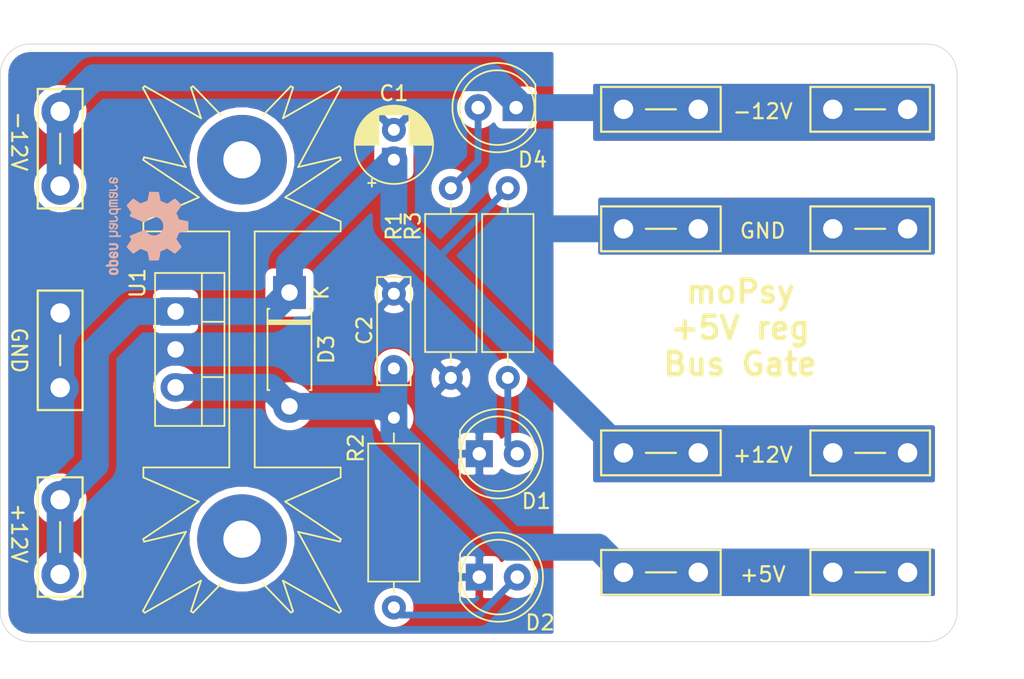
<source format=kicad_pcb>
(kicad_pcb (version 20211014) (generator pcbnew)
  (layers (0 "F.Cu" signal) (31 "B.Cu" signal) (34 "B.Paste" user) (35 "F.Paste" user) (36 "B.SilkS" user "B.Silkscreen") (37 "F.SilkS" user "F.Silkscreen") (38 "B.Mask" user) (39 "F.Mask" user) (44 "Edge.Cuts" user))
  (net 0 "")
  (net 1 "+12V")
  (net 2 "GND")
  (net 3 "+5V")
  (net 4 "Net-(D1-Pad2)")
  (net 5 "Net-(D2-Pad2)")
  (net 6 "Net-(D4-Pad2)")
  (net 7 "-12V")
  (footprint "Capacitor_THT:CP_Radial_D5.0mm_P2.00mm" (layer "F.Cu") (at 187.325 78.74 90)
    (fp_text reference "C1" (at 4.445 0 180) (layer "F.SilkS"))
    (fp_text value "10u")
    (pad "1" thru_hole rect locked (at 0 0 90) (size 1.6 1.6) (drill 0.8) (layers *.Cu *.Mask) (net 1 "+12V"))
    (pad "2" thru_hole circle locked (at 2 0 90) (size 1.6 1.6) (drill 0.8) (layers *.Cu *.Mask) (net 2 "GND"))
  )
  (footprint "LED_THT:LED_D5.0mm" (layer "F.Cu") (at 193.04 98.425)
    (fp_text reference "D1" (at 3.81 3.175) (layer "F.SilkS"))
    (fp_text value "ye")
    (pad "1" thru_hole rect locked (at 0 0) (size 1.8 1.8) (drill 0.9) (layers *.Cu *.Mask) (net 2 "GND"))
    (pad "2" thru_hole circle locked (at 2.54 0) (size 1.8 1.8) (drill 0.9) (layers *.Cu *.Mask) (net 4 "Net-(D1-Pad2)"))
  )
  (footprint "LED_THT:LED_D5.0mm" (layer "F.Cu") (at 193.04 106.68)
    (fp_text reference "D2" (at 4.064 3.048) (layer "F.SilkS"))
    (fp_text value "rd")
    (pad "1" thru_hole rect locked (at 0 0) (size 1.8 1.8) (drill 0.9) (layers *.Cu *.Mask) (net 2 "GND"))
    (pad "2" thru_hole circle locked (at 2.54 0) (size 1.8 1.8) (drill 0.9) (layers *.Cu *.Mask) (net 5 "Net-(D2-Pad2)"))
  )
  (footprint "LED_THT:LED_D5.0mm" (layer "F.Cu") (at 195.5 75.25 180)
    (fp_text reference "D4" (at -1.096 -3.49) (layer "F.SilkS"))
    (fp_text value "bl")
    (pad "1" thru_hole rect locked (at 0 0 180) (size 1.8 1.8) (drill 0.9) (layers *.Cu *.Mask) (net 7 "-12V"))
    (pad "2" thru_hole circle locked (at 2.54 0 180) (size 1.8 1.8) (drill 0.9) (layers *.Cu *.Mask) (net 6 "Net-(D4-Pad2)"))
  )
  (footprint "moPsy:Connector FS-P475" (layer "F.Cu") (at 165 104 -90)
    (fp_text reference "J1" hide)
    (fp_text value "Conn_01x01_Male")
    (pad "1" thru_hole circle locked (at 2.5 0 270) (size 2.5 2.5) (drill 1.3) (layers *.Cu *.Mask) (net 1 "+12V"))
    (pad "1" thru_hole circle locked (at -2.5 0 270) (size 2.5 2.5) (drill 1.3) (layers *.Cu *.Mask) (net 1 "+12V"))
  )
  (footprint "moPsy:Connector FS-P475" (layer "F.Cu") (at 165 91.5 -90)
    (fp_text reference "J2" hide)
    (fp_text value "Conn_01x01_Male")
    (pad "1" thru_hole circle locked (at -2.5 0 270) (size 2.5 2.5) (drill 1.3) (layers *.Cu *.Mask) (net 2 "GND"))
    (pad "1" thru_hole circle locked (at 2.5 0 270) (size 2.5 2.5) (drill 1.3) (layers *.Cu *.Mask) (net 2 "GND"))
  )
  (footprint "moPsy:Connector FS-P475" (layer "F.Cu") (at 165 78 -90)
    (fp_text reference "J3" hide)
    (fp_text value "Conn_01x01_Male")
    (pad "1" thru_hole circle locked (at 2.5 0 270) (size 2.5 2.5) (drill 1.3) (layers *.Cu *.Mask) (net 7 "-12V"))
    (pad "1" thru_hole circle locked (at -2.5 0 270) (size 2.5 2.5) (drill 1.3) (layers *.Cu *.Mask) (net 7 "-12V"))
  )
  (footprint "moPsy:Connector FS-P475" (layer "F.Cu") (at 219.19 98.365)
    (fp_text reference "J5" hide)
    (fp_text value "Conn_01x01_Male")
    (pad "1" thru_hole circle locked (at 2.5 0) (size 2.5 2.5) (drill 1.3) (layers *.Cu *.Mask) (net 1 "+12V"))
    (pad "1" thru_hole circle locked (at -2.5 0) (size 2.5 2.5) (drill 1.3) (layers *.Cu *.Mask) (net 1 "+12V"))
  )
  (footprint "moPsy:Connector FS-P475" (layer "F.Cu") (at 205.19 98.365)
    (fp_text reference "J7" hide)
    (fp_text value "Conn_01x01_Male")
    (pad "1" thru_hole circle locked (at -2.5 0) (size 2.5 2.5) (drill 1.3) (layers *.Cu *.Mask) (net 1 "+12V"))
    (pad "1" thru_hole circle locked (at 2.5 0) (size 2.5 2.5) (drill 1.3) (layers *.Cu *.Mask) (net 1 "+12V"))
  )
  (footprint "moPsy:Connector FS-P475" (layer "F.Cu") (at 205.19 75.365)
    (fp_text reference "J13" hide)
    (fp_text value "Conn_01x01_Male")
    (pad "1" thru_hole circle locked (at -2.5 0) (size 2.5 2.5) (drill 1.3) (layers *.Cu *.Mask) (net 7 "-12V"))
    (pad "1" thru_hole circle locked (at 2.5 0) (size 2.5 2.5) (drill 1.3) (layers *.Cu *.Mask) (net 7 "-12V"))
  )
  (footprint "moPsy:Connector FS-P475" (layer "F.Cu") (at 219.19 75.365)
    (fp_text reference "J15" hide)
    (fp_text value "Conn_01x01_Male")
    (pad "1" thru_hole circle locked (at 2.5 0) (size 2.5 2.5) (drill 1.3) (layers *.Cu *.Mask) (net 7 "-12V"))
    (pad "1" thru_hole circle locked (at -2.5 0) (size 2.5 2.5) (drill 1.3) (layers *.Cu *.Mask) (net 7 "-12V"))
  )
  (footprint "moPsy:Connector FS-P475" (layer "F.Cu") (at 219.19 83.365)
    (fp_text reference "J18" hide)
    (fp_text value "Conn_01x01_Male")
    (pad "1" thru_hole circle locked (at -2.5 0) (size 2.5 2.5) (drill 1.3) (layers *.Cu *.Mask) (net 2 "GND"))
    (pad "1" thru_hole circle locked (at 2.5 0) (size 2.5 2.5) (drill 1.3) (layers *.Cu *.Mask) (net 2 "GND"))
  )
  (footprint "moPsy:Connector FS-P475" (layer "F.Cu") (at 205.19 83.365)
    (fp_text reference "J19" hide)
    (fp_text value "Conn_01x01_Male")
    (pad "1" thru_hole circle locked (at -2.5 0) (size 2.5 2.5) (drill 1.3) (layers *.Cu *.Mask) (net 2 "GND"))
    (pad "1" thru_hole circle locked (at 2.5 0) (size 2.5 2.5) (drill 1.3) (layers *.Cu *.Mask) (net 2 "GND"))
  )
  (footprint "Resistor_THT:R_Axial_DIN0309_L9.0mm_D3.2mm_P12.70mm_Horizontal" (layer "F.Cu") (at 187.325 96.012 -90)
    (fp_text reference "R2" (at 2.032 2.54 90) (layer "F.SilkS"))
    (fp_text value "520")
    (pad "1" thru_hole circle locked (at 0 0 270) (size 1.6 1.6) (drill 0.8) (layers *.Cu *.Mask) (net 3 "+5V"))
    (pad "2" thru_hole oval locked (at 12.7 0 270) (size 1.6 1.6) (drill 0.8) (layers *.Cu *.Mask) (net 5 "Net-(D2-Pad2)"))
  )
  (footprint "Package_TO_SOT_THT:TO-220-3_Vertical" (layer "F.Cu") (at 172.72 88.9 -90)
    (fp_text reference "U1" (at -1.905 2.54 90) (layer "F.SilkS"))
    (fp_text value "L7805")
    (pad "1" thru_hole rect locked (at 0 0 270) (size 1.905 2) (drill 1.1) (layers *.Cu *.Mask) (net 1 "+12V"))
    (pad "2" thru_hole oval locked (at 2.54 0 270) (size 1.905 2) (drill 1.1) (layers *.Cu *.Mask) (net 2 "GND"))
    (pad "3" thru_hole oval locked (at 5.08 0 270) (size 1.905 2) (drill 1.1) (layers *.Cu *.Mask) (net 3 "+5V"))
  )
  (footprint "moPsy:Connector FS-P475" (layer "F.Cu") (at 205.19 106.365)
    (fp_text reference "J11" hide)
    (fp_text value "Conn_01x01_Male")
    (pad "1" thru_hole circle locked (at -2.5 0) (size 2.5 2.5) (drill 1.3) (layers *.Cu *.Mask) (net 3 "+5V"))
    (pad "1" thru_hole circle locked (at 2.5 0) (size 2.5 2.5) (drill 1.3) (layers *.Cu *.Mask) (net 3 "+5V"))
  )
  (footprint "moPsy:Connector FS-P475" (layer "F.Cu") (at 219.19 106.365)
    (fp_text reference "J9" hide)
    (fp_text value "Conn_01x01_Male")
    (pad "1" thru_hole circle locked (at -2.5 0) (size 2.5 2.5) (drill 1.3) (layers *.Cu *.Mask) (net 3 "+5V"))
    (pad "1" thru_hole circle locked (at 2.5 0) (size 2.5 2.5) (drill 1.3) (layers *.Cu *.Mask) (net 3 "+5V"))
  )
  (footprint "Heatsink:Heatsink_Fischer_SK104-STC-STIC_35x13mm_2xDrill2.5mm" (layer "F.Cu") (at 177.165 91.44 90)
    (fp_text reference "REF**" hide)
    (fp_text value "Heatsink_Fischer_SK104-STC-STIC_35x13mm_2xDrill2.5mm")
    (pad "1" thru_hole circle locked (at -12.7 0 270) (size 6 6) (drill 2.5) (layers *.Cu *.Mask))
    (pad "1" thru_hole circle locked (at 12.7 0 90) (size 6 6) (drill 2.5) (layers *.Cu *.Mask))
  )
  (footprint "Diode_THT:D_DO-41_SOD81_P7.62mm_Horizontal" (layer "F.Cu") (at 180.34 87.63 -90)
    (fp_text reference "D3" (at 3.81 -2.47 90) (layer "F.SilkS"))
    (fp_text value "1N4001")
    (fp_text user "K" (at 0 -2.1 90) (layer "F.SilkS"))
    (pad "1" thru_hole rect locked (at 0 0 270) (size 2.2 2.2) (drill 1.1) (layers *.Cu *.Mask) (net 1 "+12V"))
    (pad "2" thru_hole oval locked (at 7.62 0 270) (size 2.2 2.2) (drill 1.1) (layers *.Cu *.Mask) (net 3 "+5V"))
  )
  (footprint "Capacitor_THT:C_Rect_L7.0mm_W2.0mm_P5.00mm" (layer "F.Cu") (at 187.325 92.71 90)
    (fp_text reference "C2" (at 2.54 -1.9685 90) (layer "F.SilkS"))
    (fp_text value "100n")
    (pad "1" thru_hole circle locked (at 0 0 90) (size 1.6 1.6) (drill 0.8) (layers *.Cu *.Mask) (net 3 "+5V"))
    (pad "2" thru_hole circle locked (at 5 0 90) (size 1.6 1.6) (drill 0.8) (layers *.Cu *.Mask) (net 2 "GND"))
  )
  (footprint "MountingHole:MountingHole_3.2mm_M3" (layer "F.Cu") (at 201 90.365)
    (fp_text reference "REF**" hide)
    (fp_text value "MountingHole_3.2mm_M3")
    (pad "" np_thru_hole circle locked (at 0 0) (size 3.2 3.2) (drill 3.2) (layers *.Cu *.Mask))
  )
  (footprint "MountingHole:MountingHole_3.2mm_M3" (layer "F.Cu") (at 220 90.365)
    (fp_text reference "REF**" hide)
    (fp_text value "MountingHole_3.2mm_M3")
    (pad "" np_thru_hole circle locked (at 0 0) (size 3.2 3.2) (drill 3.2) (layers *.Cu *.Mask))
  )
  (footprint "Resistor_THT:R_Axial_DIN0309_L9.0mm_D3.2mm_P12.70mm_Horizontal" (layer "F.Cu") (at 191.135 93.345 90)
    (fp_text reference "R3" (at 10.16 -2.54 90) (layer "F.SilkS"))
    (fp_text value "520")
    (pad "1" thru_hole circle locked (at 0 0 90) (size 1.6 1.6) (drill 0.8) (layers *.Cu *.Mask) (net 2 "GND"))
    (pad "2" thru_hole oval locked (at 12.7 0 90) (size 1.6 1.6) (drill 0.8) (layers *.Cu *.Mask) (net 6 "Net-(D4-Pad2)"))
  )
  (footprint "Resistor_THT:R_Axial_DIN0309_L9.0mm_D3.2mm_P12.70mm_Horizontal" (layer "F.Cu") (at 194.945 80.645 -90)
    (fp_text reference "R1" (at 2.54 7.62 90) (layer "F.SilkS"))
    (fp_text value "520")
    (pad "1" thru_hole circle locked (at 0 0 270) (size 1.6 1.6) (drill 0.8) (layers *.Cu *.Mask) (net 1 "+12V"))
    (pad "2" thru_hole oval locked (at 12.7 0 270) (size 1.6 1.6) (drill 0.8) (layers *.Cu *.Mask) (net 4 "Net-(D1-Pad2)"))
  )
  (footprint "Symbol:OSHW-Logo2_7.3x6mm_SilkScreen" (layer "B.Cu") (at 170.815 83.185 90)
    (fp_text reference "REF**" hide)
    (fp_text value "OSHW-Logo2_7.3x6mm_SilkScreen" hide)
  )
  (gr_line (start 161 73) (end 161 109) (layer "Edge.Cuts") (width 0.05))
  (gr_arc (start 223 71) (mid 224.414214 71.585786) (end 225 73) (layer "Edge.Cuts") (width 0.05))
  (gr_line (start 225 109) (end 225 73) (layer "Edge.Cuts") (width 0.05))
  (gr_line (start 223 71) (end 163 71) (layer "Edge.Cuts") (width 0.05))
  (gr_arc (start 225 109) (mid 224.414214 110.414214) (end 223 111) (layer "Edge.Cuts") (width 0.05))
  (gr_line (start 163 111) (end 223 111) (layer "Edge.Cuts") (width 0.05))
  (gr_arc (start 161 73) (mid 161.585786 71.585786) (end 163 71) (layer "Edge.Cuts") (width 0.05))
  (gr_arc (start 163 111) (mid 161.585786 110.414214) (end 161 109) (layer "Edge.Cuts") (width 0.05))
  (gr_text "+12V" (at 162.25 103.75 270) (layer "F.SilkS") (effects (font (size 1 1))))
  (gr_text "-12V" (at 162.25 77.5 270) (layer "F.SilkS") (effects (font (size 1 1))))
  (gr_text "GND" (at 162.25 91.5 270) (layer "F.SilkS") (effects (font (size 1 1))))
  (gr_text "GND" (at 212 83.5) (layer "F.SilkS") (effects (font (size 1 1))))
  (gr_text "moPsy\n+5V reg\nBus Gate" (at 210.5 90) (layer "F.SilkS") (effects (font (size 1.5 1.5) (thickness 0.3))))
  (gr_text "-12V" (at 212 75.5) (layer "F.SilkS") (effects (font (size 1 1))))
  (gr_text "+5V" (at 212 106.5) (layer "F.SilkS") (effects (font (size 1 1))))
  (gr_text "+12V" (at 212 98.5) (layer "F.SilkS") (effects (font (size 1 1))))
  (segment (start 202.69 98.365) (end 189.9575 85.6325) (width 1.8) (layer "B.Cu") (net 1))
  (segment (start 180.34 87.63) (end 180.34 85.725) (width 1.8) (layer "B.Cu") (net 1))
  (segment (start 189.9575 85.6325) (end 187.325 83) (width 1.8) (layer "B.Cu") (net 1))
  (segment (start 172.72 88.9) (end 179.07 88.9) (width 1.8) (layer "B.Cu") (net 1))
  (segment (start 194.945 80.645) (end 189.9575 85.6325) (width 0.4572) (layer "B.Cu") (net 1))
  (segment (start 180.34 85.725) (end 187.325 78.74) (width 1.8) (layer "B.Cu") (net 1))
  (segment (start 165 101.5) (end 167.350001 99.149999) (width 1.8) (layer "B.Cu") (net 1))
  (segment (start 165 106.5) (end 165 101.5) (width 1.8) (layer "B.Cu") (net 1))
  (segment (start 169.92 88.9) (end 172.72 88.9) (width 1.8) (layer "B.Cu") (net 1))
  (segment (start 187.325 83) (end 187.325 78.74) (width 1.8) (layer "B.Cu") (net 1))
  (segment (start 167.350001 91.469999) (end 169.92 88.9) (width 1.8) (layer "B.Cu") (net 1))
  (segment (start 167.350001 99.149999) (end 167.350001 91.469999) (width 1.8) (layer "B.Cu") (net 1))
  (segment (start 179.07 88.9) (end 180.34 87.63) (width 1.8) (layer "B.Cu") (net 1))
  (segment (start 202.69 83.365) (end 197.365 83.365) (width 1.8) (layer "B.Cu") (net 2))
  (segment (start 194.988629 104.679999) (end 201.004999 104.679999) (width 1.8) (layer "B.Cu") (net 3))
  (segment (start 201.004999 104.679999) (end 202.69 106.365) (width 1.8) (layer "B.Cu") (net 3))
  (segment (start 187.325 97.01637) (end 194.988629 104.679999) (width 1.8) (layer "B.Cu") (net 3))
  (segment (start 186.69 95.25) (end 187.325 95.885) (width 1.8) (layer "B.Cu") (net 3))
  (segment (start 172.72 93.98) (end 179.07 93.98) (width 1.8) (layer "B.Cu") (net 3))
  (segment (start 180.34 95.25) (end 186.69 95.25) (width 1.8) (layer "B.Cu") (net 3))
  (segment (start 179.07 93.98) (end 180.34 95.25) (width 1.8) (layer "B.Cu") (net 3))
  (segment (start 187.325 92.71) (end 187.325 95.885) (width 1.8) (layer "B.Cu") (net 3))
  (segment (start 187.325 96.012) (end 187.325 97.01637) (width 1.8) (layer "B.Cu") (net 3))
  (segment (start 194.945 97.79) (end 195.58 98.425) (width 0.4572) (layer "B.Cu") (net 4))
  (segment (start 194.945 93.345) (end 194.945 97.79) (width 0.4572) (layer "B.Cu") (net 4))
  (segment (start 187.833 109.22) (end 187.325 108.712) (width 0.4572) (layer "B.Cu") (net 5))
  (segment (start 193.04 109.22) (end 187.833 109.22) (width 0.4572) (layer "B.Cu") (net 5))
  (segment (start 195.58 106.68) (end 193.04 109.22) (width 0.4572) (layer "B.Cu") (net 5))
  (segment (start 192.96 78.82) (end 191.135 80.645) (width 0.4572) (layer "B.Cu") (net 6))
  (segment (start 192.96 75.25) (end 192.96 78.82) (width 0.4572) (layer "B.Cu") (net 6))
  (segment (start 165 80.5) (end 165 75.5) (width 1.8) (layer "B.Cu") (net 7))
  (segment (start 195.5 74.829998) (end 195.5 75.25) (width 1.8) (layer "B.Cu") (net 7))
  (segment (start 193.920001 73.249999) (end 195.5 74.829998) (width 1.8) (layer "B.Cu") (net 7))
  (segment (start 165 75.5) (end 167.250001 73.249999) (width 1.8) (layer "B.Cu") (net 7))
  (segment (start 167.250001 73.249999) (end 193.920001 73.249999) (width 1.8) (layer "B.Cu") (net 7))
  (segment (start 202.575 75.25) (end 202.69 75.365) (width 1.8) (layer "B.Cu") (net 7))
  (segment (start 195.5 75.25) (end 202.575 75.25) (width 1.8) (layer "B.Cu") (net 7))
  (zone (net 2) (net_name "GND") (layer "F.Cu") (connect_pads (clearance 0.508)) (min_thickness 0.254) (fill yes (thermal_gap 0.508) (thermal_bridge_width 0.508))
    (polygon (pts (xy 198 111) (xy 161 111) (xy 161 71) (xy 198 71)))
  )
  (zone (net 3) (net_name "+5V") (layer "F.Cu") (connect_pads yes (clearance 0.508)) (min_thickness 0.254) (fill yes (thermal_gap 0.508) (thermal_bridge_width 0.508))
    (polygon (pts (xy 223.52 107.95) (xy 201.295 107.95) (xy 201.295 104.775) (xy 223.52 104.775)))
  )
  (zone (net 1) (net_name "+12V") (layer "F.Cu") (connect_pads yes (clearance 0.508)) (min_thickness 0.254) (fill yes (thermal_gap 0.508) (thermal_bridge_width 0.508))
    (polygon (pts (xy 223.52 100.33) (xy 200.66 100.33) (xy 200.66 96.52) (xy 223.52 96.52)))
  )
  (zone (net 2) (net_name "GND") (layer "F.Cu") (connect_pads yes (clearance 0.508)) (min_thickness 0.254) (fill yes (thermal_gap 0.508) (thermal_bridge_width 0.508))
    (polygon (pts (xy 223.52 85.09) (xy 201 85.09) (xy 201 81.28) (xy 223.52 81.28)))
  )
  (zone (net 7) (net_name "-12V") (layer "F.Cu") (connect_pads yes (clearance 0.508)) (min_thickness 0.254) (fill yes (thermal_gap 0.508) (thermal_bridge_width 0.508))
    (polygon (pts (xy 223.52 77.47) (xy 200.66 77.47) (xy 200.66 73.66) (xy 223.52 73.66)))
  )
  (zone (net 2) (net_name "GND") (layer "B.Cu") (connect_pads (clearance 0.508)) (min_thickness 0.254) (fill yes (thermal_gap 0.508) (thermal_bridge_width 0.508))
    (polygon (pts (xy 198 111) (xy 161 111) (xy 161 71) (xy 198 71)))
  )
  (zone (net 3) (net_name "+5V") (layer "B.Cu") (connect_pads yes (clearance 0.508)) (min_thickness 0.254) (fill yes (thermal_gap 0.508) (thermal_bridge_width 0.508))
    (polygon (pts (xy 223.52 107.95) (xy 201.295 107.95) (xy 201.295 104.775) (xy 223.52 104.775)))
  )
  (zone (net 7) (net_name "-12V") (layer "B.Cu") (connect_pads yes (clearance 0.508)) (min_thickness 0.254) (fill yes (thermal_gap 0.508) (thermal_bridge_width 0.508))
    (polygon (pts (xy 223.52 77.47) (xy 200.66 77.47) (xy 200.66 73.66) (xy 223.52 73.66)))
  )
  (zone (net 2) (net_name "GND") (layer "B.Cu") (connect_pads yes (clearance 0.508)) (min_thickness 0.254) (fill yes (thermal_gap 0.508) (thermal_bridge_width 0.508))
    (polygon (pts (xy 223.52 85.09) (xy 201 85.09) (xy 201 81.28) (xy 223.52 81.28)))
  )
  (zone (net 1) (net_name "+12V") (layer "B.Cu") (connect_pads yes (clearance 0.508)) (min_thickness 0.254) (fill yes (thermal_gap 0.508) (thermal_bridge_width 0.508))
    (polygon (pts (xy 223.52 100.33) (xy 200.66 100.33) (xy 200.66 96.52) (xy 223.52 96.52)))
  )
)
</source>
